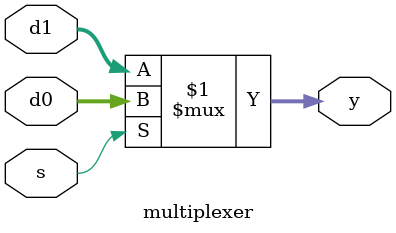
<source format=v>
/* Illustrates a mux created using the ternary operator */
module multiplexer
(
    input  [3:0] d0, d1,
    input        s,
    output [3:0] y
);

assign y = s ? d0 : d1;

endmodule

</source>
